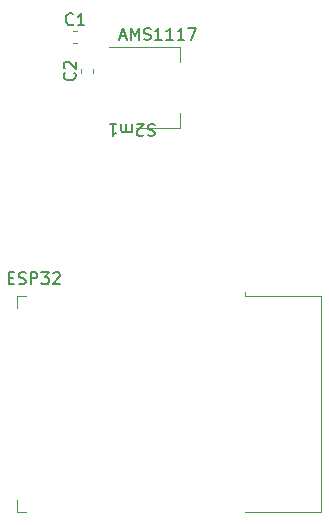
<source format=gbr>
%TF.GenerationSoftware,KiCad,Pcbnew,(6.0.1)*%
%TF.CreationDate,2022-11-17T23:20:32+08:00*%
%TF.ProjectId,ESP32_Adapter,45535033-325f-4416-9461-707465722e6b,rev?*%
%TF.SameCoordinates,Original*%
%TF.FileFunction,Legend,Top*%
%TF.FilePolarity,Positive*%
%FSLAX46Y46*%
G04 Gerber Fmt 4.6, Leading zero omitted, Abs format (unit mm)*
G04 Created by KiCad (PCBNEW (6.0.1)) date 2022-11-17 23:20:32*
%MOMM*%
%LPD*%
G01*
G04 APERTURE LIST*
%ADD10C,0.150000*%
%ADD11C,0.120000*%
G04 APERTURE END LIST*
D10*
%TO.C,S2m1*%
X106298761Y-79597238D02*
X106155904Y-79549619D01*
X105917809Y-79549619D01*
X105822571Y-79597238D01*
X105774952Y-79644857D01*
X105727333Y-79740095D01*
X105727333Y-79835333D01*
X105774952Y-79930571D01*
X105822571Y-79978190D01*
X105917809Y-80025809D01*
X106108285Y-80073428D01*
X106203523Y-80121047D01*
X106251142Y-80168666D01*
X106298761Y-80263904D01*
X106298761Y-80359142D01*
X106251142Y-80454380D01*
X106203523Y-80502000D01*
X106108285Y-80549619D01*
X105870190Y-80549619D01*
X105727333Y-80502000D01*
X105346380Y-80454380D02*
X105298761Y-80502000D01*
X105203523Y-80549619D01*
X104965428Y-80549619D01*
X104870190Y-80502000D01*
X104822571Y-80454380D01*
X104774952Y-80359142D01*
X104774952Y-80263904D01*
X104822571Y-80121047D01*
X105394000Y-79549619D01*
X104774952Y-79549619D01*
X104346380Y-79549619D02*
X104346380Y-80216285D01*
X104346380Y-80121047D02*
X104298761Y-80168666D01*
X104203523Y-80216285D01*
X104060666Y-80216285D01*
X103965428Y-80168666D01*
X103917809Y-80073428D01*
X103917809Y-79549619D01*
X103917809Y-80073428D02*
X103870190Y-80168666D01*
X103774952Y-80216285D01*
X103632095Y-80216285D01*
X103536857Y-80168666D01*
X103489238Y-80073428D01*
X103489238Y-79549619D01*
X102489238Y-79549619D02*
X103060666Y-79549619D01*
X102774952Y-79549619D02*
X102774952Y-80549619D01*
X102870190Y-80406761D01*
X102965428Y-80311523D01*
X103060666Y-80263904D01*
%TO.C,ESP32*%
X93948142Y-92560571D02*
X94281476Y-92560571D01*
X94424333Y-93084380D02*
X93948142Y-93084380D01*
X93948142Y-92084380D01*
X94424333Y-92084380D01*
X94805285Y-93036761D02*
X94948142Y-93084380D01*
X95186238Y-93084380D01*
X95281476Y-93036761D01*
X95329095Y-92989142D01*
X95376714Y-92893904D01*
X95376714Y-92798666D01*
X95329095Y-92703428D01*
X95281476Y-92655809D01*
X95186238Y-92608190D01*
X94995761Y-92560571D01*
X94900523Y-92512952D01*
X94852904Y-92465333D01*
X94805285Y-92370095D01*
X94805285Y-92274857D01*
X94852904Y-92179619D01*
X94900523Y-92132000D01*
X94995761Y-92084380D01*
X95233857Y-92084380D01*
X95376714Y-92132000D01*
X95805285Y-93084380D02*
X95805285Y-92084380D01*
X96186238Y-92084380D01*
X96281476Y-92132000D01*
X96329095Y-92179619D01*
X96376714Y-92274857D01*
X96376714Y-92417714D01*
X96329095Y-92512952D01*
X96281476Y-92560571D01*
X96186238Y-92608190D01*
X95805285Y-92608190D01*
X96710047Y-92084380D02*
X97329095Y-92084380D01*
X96995761Y-92465333D01*
X97138619Y-92465333D01*
X97233857Y-92512952D01*
X97281476Y-92560571D01*
X97329095Y-92655809D01*
X97329095Y-92893904D01*
X97281476Y-92989142D01*
X97233857Y-93036761D01*
X97138619Y-93084380D01*
X96852904Y-93084380D01*
X96757666Y-93036761D01*
X96710047Y-92989142D01*
X97710047Y-92179619D02*
X97757666Y-92132000D01*
X97852904Y-92084380D01*
X98091000Y-92084380D01*
X98186238Y-92132000D01*
X98233857Y-92179619D01*
X98281476Y-92274857D01*
X98281476Y-92370095D01*
X98233857Y-92512952D01*
X97662428Y-93084380D01*
X98281476Y-93084380D01*
%TO.C,C2*%
X99511142Y-75197166D02*
X99558761Y-75244785D01*
X99606380Y-75387642D01*
X99606380Y-75482880D01*
X99558761Y-75625738D01*
X99463523Y-75720976D01*
X99368285Y-75768595D01*
X99177809Y-75816214D01*
X99034952Y-75816214D01*
X98844476Y-75768595D01*
X98749238Y-75720976D01*
X98654000Y-75625738D01*
X98606380Y-75482880D01*
X98606380Y-75387642D01*
X98654000Y-75244785D01*
X98701619Y-75197166D01*
X98701619Y-74816214D02*
X98654000Y-74768595D01*
X98606380Y-74673357D01*
X98606380Y-74435261D01*
X98654000Y-74340023D01*
X98701619Y-74292404D01*
X98796857Y-74244785D01*
X98892095Y-74244785D01*
X99034952Y-74292404D01*
X99606380Y-74863833D01*
X99606380Y-74244785D01*
%TO.C,C1*%
X99401333Y-71063142D02*
X99353714Y-71110761D01*
X99210857Y-71158380D01*
X99115619Y-71158380D01*
X98972761Y-71110761D01*
X98877523Y-71015523D01*
X98829904Y-70920285D01*
X98782285Y-70729809D01*
X98782285Y-70586952D01*
X98829904Y-70396476D01*
X98877523Y-70301238D01*
X98972761Y-70206000D01*
X99115619Y-70158380D01*
X99210857Y-70158380D01*
X99353714Y-70206000D01*
X99401333Y-70253619D01*
X100353714Y-71158380D02*
X99782285Y-71158380D01*
X100068000Y-71158380D02*
X100068000Y-70158380D01*
X99972761Y-70301238D01*
X99877523Y-70396476D01*
X99782285Y-70444095D01*
%TO.C,AMS1117*%
X103387523Y-72120666D02*
X103863714Y-72120666D01*
X103292285Y-72406380D02*
X103625619Y-71406380D01*
X103958952Y-72406380D01*
X104292285Y-72406380D02*
X104292285Y-71406380D01*
X104625619Y-72120666D01*
X104958952Y-71406380D01*
X104958952Y-72406380D01*
X105387523Y-72358761D02*
X105530380Y-72406380D01*
X105768476Y-72406380D01*
X105863714Y-72358761D01*
X105911333Y-72311142D01*
X105958952Y-72215904D01*
X105958952Y-72120666D01*
X105911333Y-72025428D01*
X105863714Y-71977809D01*
X105768476Y-71930190D01*
X105578000Y-71882571D01*
X105482761Y-71834952D01*
X105435142Y-71787333D01*
X105387523Y-71692095D01*
X105387523Y-71596857D01*
X105435142Y-71501619D01*
X105482761Y-71454000D01*
X105578000Y-71406380D01*
X105816095Y-71406380D01*
X105958952Y-71454000D01*
X106911333Y-72406380D02*
X106339904Y-72406380D01*
X106625619Y-72406380D02*
X106625619Y-71406380D01*
X106530380Y-71549238D01*
X106435142Y-71644476D01*
X106339904Y-71692095D01*
X107863714Y-72406380D02*
X107292285Y-72406380D01*
X107578000Y-72406380D02*
X107578000Y-71406380D01*
X107482761Y-71549238D01*
X107387523Y-71644476D01*
X107292285Y-71692095D01*
X108816095Y-72406380D02*
X108244666Y-72406380D01*
X108530380Y-72406380D02*
X108530380Y-71406380D01*
X108435142Y-71549238D01*
X108339904Y-71644476D01*
X108244666Y-71692095D01*
X109149428Y-71406380D02*
X109816095Y-71406380D01*
X109387523Y-72406380D01*
D11*
%TO.C,ESP32*%
X120386000Y-112362000D02*
X113966000Y-112362000D01*
X120386000Y-94122000D02*
X120386000Y-112362000D01*
X120386000Y-94122000D02*
X113966000Y-94122000D01*
X95421000Y-112362000D02*
X94641000Y-112362000D01*
X94641000Y-112362000D02*
X94641000Y-111362000D01*
X113966000Y-94122000D02*
X113966000Y-93742000D01*
X95421000Y-94122000D02*
X94641000Y-94122000D01*
X94641000Y-94122000D02*
X94641000Y-95122000D01*
%TO.C,C2*%
X100074000Y-75176767D02*
X100074000Y-74884233D01*
X101094000Y-75176767D02*
X101094000Y-74884233D01*
%TO.C,C1*%
X99421733Y-71626000D02*
X99714267Y-71626000D01*
X99421733Y-72646000D02*
X99714267Y-72646000D01*
%TO.C,AMS1117*%
X102478000Y-73044000D02*
X108488000Y-73044000D01*
X104728000Y-79864000D02*
X108488000Y-79864000D01*
X108488000Y-79864000D02*
X108488000Y-78604000D01*
X108488000Y-73044000D02*
X108488000Y-74304000D01*
%TD*%
M02*

</source>
